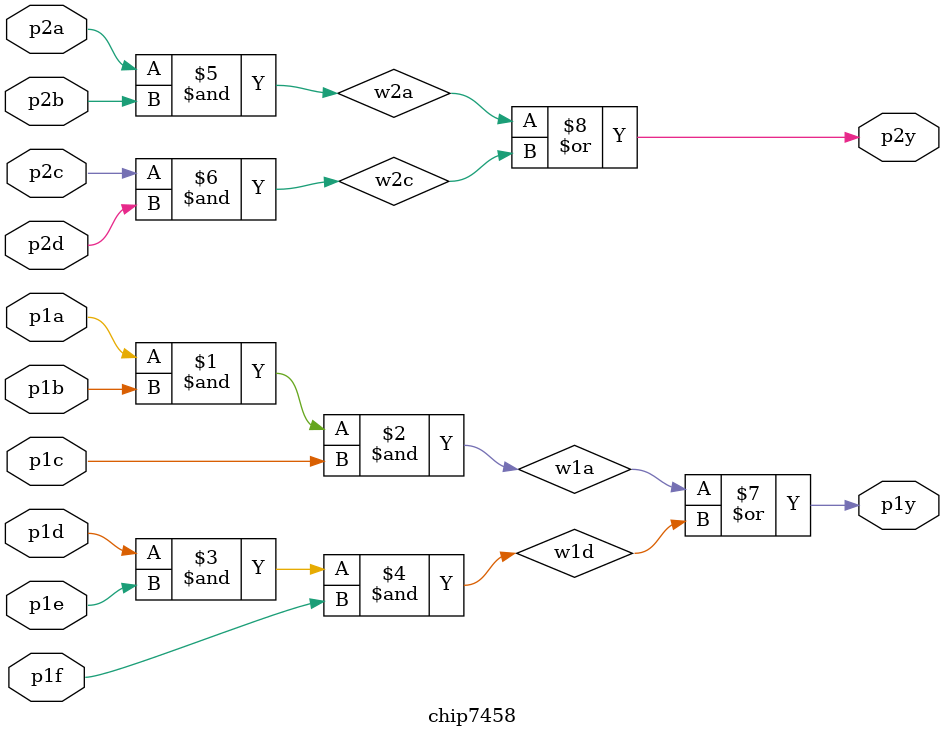
<source format=v>
`timescale 1ns / 1ps

module chip7458 ( 
    input p1a, p1b, p1c, p1d, p1e, p1f,
    output p1y,
    input p2a, p2b, p2c, p2d,
    output p2y );

    wire w2a;
    wire w2c;
    wire w1a;
    wire w1d;
    
    assign w1a=p1a&p1b&p1c;
    assign w1d=p1d&p1e&p1f;
    assign w2a=p2a&p2b;
    assign w2c=p2c&p2d;
    
	assign p1y=w1a|w1d;
    assign p2y=w2a|w2c;
    
  
endmodule
</source>
